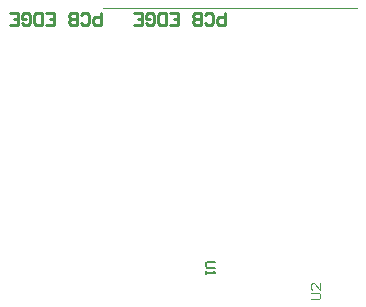
<source format=gbr>
%TF.GenerationSoftware,Altium Limited,Altium Designer,20.2.6 (244)*%
G04 Layer_Color=16711935*
%FSLAX26Y26*%
%MOIN*%
%TF.SameCoordinates,2EAD6035-BE33-4F7B-B0E7-EE8266E33042*%
%TF.FilePolarity,Positive*%
%TF.FileFunction,Other,Mechanical_1*%
%TF.Part,Single*%
G01*
G75*
%TA.AperFunction,NonConductor*%
%ADD41C,0.010000*%
%ADD51C,0.003937*%
%ADD52C,0.005906*%
D41*
X415354Y1478347D02*
Y1438989D01*
X395676D01*
X389116Y1445549D01*
Y1458668D01*
X395676Y1465227D01*
X415354D01*
X349759Y1445549D02*
X356318Y1438989D01*
X369437D01*
X375997Y1445549D01*
Y1471787D01*
X369437Y1478347D01*
X356318D01*
X349759Y1471787D01*
X336639Y1438989D02*
Y1478347D01*
X316961D01*
X310401Y1471787D01*
Y1465227D01*
X316961Y1458668D01*
X336639D01*
X316961D01*
X310401Y1452108D01*
Y1445549D01*
X316961Y1438989D01*
X336639D01*
X231686D02*
X257925D01*
Y1478347D01*
X231686D01*
X257925Y1458668D02*
X244806D01*
X218567Y1438989D02*
Y1478347D01*
X198889D01*
X192329Y1471787D01*
Y1445549D01*
X198889Y1438989D01*
X218567D01*
X152972Y1445549D02*
X159531Y1438989D01*
X172650D01*
X179210Y1445549D01*
Y1471787D01*
X172650Y1478347D01*
X159531D01*
X152972Y1471787D01*
Y1458668D01*
X166091D01*
X113614Y1438989D02*
X139852D01*
Y1478347D01*
X113614D01*
X139852Y1458668D02*
X126733D01*
X1968Y1478347D02*
Y1438989D01*
X-17710D01*
X-24270Y1445549D01*
Y1458668D01*
X-17710Y1465227D01*
X1968D01*
X-63627Y1445549D02*
X-57068Y1438989D01*
X-43949D01*
X-37389Y1445549D01*
Y1471787D01*
X-43949Y1478347D01*
X-57068D01*
X-63627Y1471787D01*
X-76746Y1438989D02*
Y1478347D01*
X-96425D01*
X-102984Y1471787D01*
Y1465227D01*
X-96425Y1458668D01*
X-76746D01*
X-96425D01*
X-102984Y1452108D01*
Y1445549D01*
X-96425Y1438989D01*
X-76746D01*
X-181699D02*
X-155461D01*
Y1478347D01*
X-181699D01*
X-155461Y1458668D02*
X-168580D01*
X-194819Y1438989D02*
Y1478347D01*
X-214497D01*
X-221057Y1471787D01*
Y1445549D01*
X-214497Y1438989D01*
X-194819D01*
X-260414Y1445549D02*
X-253855Y1438989D01*
X-240736D01*
X-234176Y1445549D01*
Y1471787D01*
X-240736Y1478347D01*
X-253855D01*
X-260414Y1471787D01*
Y1458668D01*
X-247295D01*
X-299772Y1438989D02*
X-273533D01*
Y1478347D01*
X-299772D01*
X-273533Y1458668D02*
X-286652D01*
D51*
X423228Y1496063D02*
X856299D01*
X9842D02*
X442913D01*
X702097Y525551D02*
X728335D01*
X733583Y530799D01*
Y541294D01*
X728335Y546542D01*
X702097D01*
X733583Y578028D02*
Y557037D01*
X712592Y578028D01*
X707344D01*
X702097Y572780D01*
Y562285D01*
X707344Y557037D01*
D52*
X383179Y650827D02*
X356941D01*
X351693Y645579D01*
Y635084D01*
X356941Y629836D01*
X383179D01*
X351693Y619341D02*
Y608846D01*
Y614093D01*
X383179D01*
X377931Y619341D01*
%TF.MD5,f01e046be69f30af62d843c084580bcf*%
M02*

</source>
